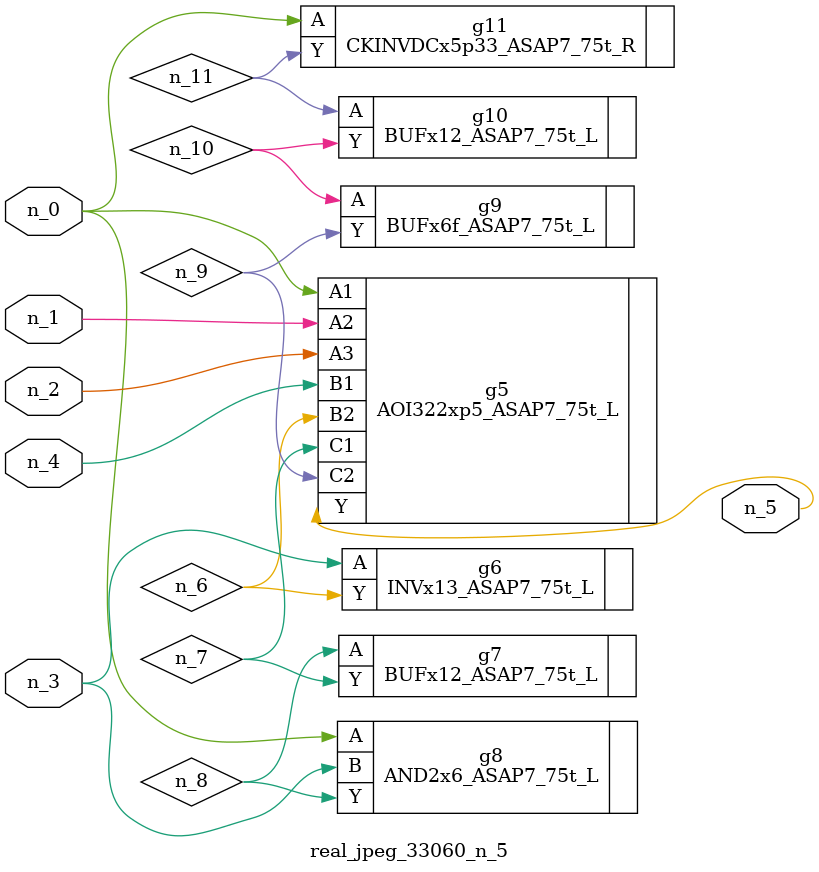
<source format=v>
module real_jpeg_33060_n_5 (n_4, n_0, n_1, n_2, n_3, n_5);

input n_4;
input n_0;
input n_1;
input n_2;
input n_3;

output n_5;

wire n_8;
wire n_11;
wire n_6;
wire n_7;
wire n_10;
wire n_9;

AOI322xp5_ASAP7_75t_L g5 ( 
.A1(n_0),
.A2(n_1),
.A3(n_2),
.B1(n_4),
.B2(n_6),
.C1(n_7),
.C2(n_9),
.Y(n_5)
);

AND2x6_ASAP7_75t_L g8 ( 
.A(n_0),
.B(n_3),
.Y(n_8)
);

CKINVDCx5p33_ASAP7_75t_R g11 ( 
.A(n_0),
.Y(n_11)
);

INVx13_ASAP7_75t_L g6 ( 
.A(n_3),
.Y(n_6)
);

BUFx12_ASAP7_75t_L g7 ( 
.A(n_8),
.Y(n_7)
);

BUFx6f_ASAP7_75t_L g9 ( 
.A(n_10),
.Y(n_9)
);

BUFx12_ASAP7_75t_L g10 ( 
.A(n_11),
.Y(n_10)
);


endmodule
</source>
